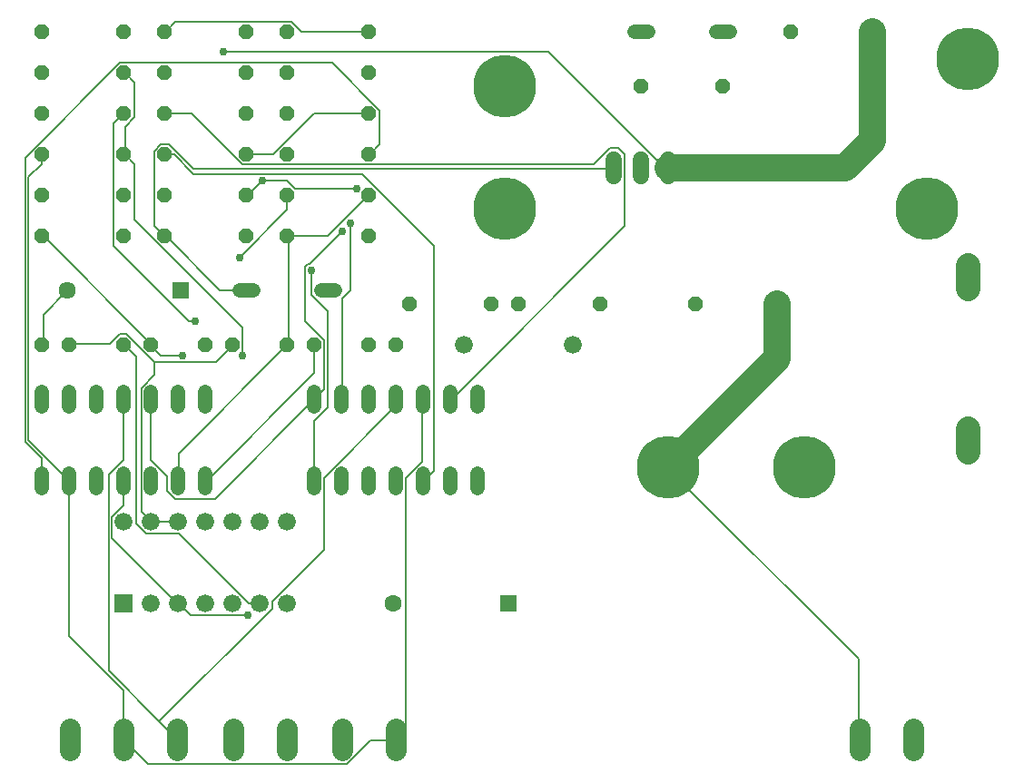
<source format=gbr>
G04 EAGLE Gerber RS-274X export*
G75*
%MOMM*%
%FSLAX34Y34*%
%LPD*%
%INBottom Copper*%
%IPPOS*%
%AMOC8*
5,1,8,0,0,1.08239X$1,22.5*%
G01*
%ADD10P,1.539592X8X22.500000*%
%ADD11P,1.429621X8X22.500000*%
%ADD12R,1.610000X1.610000*%
%ADD13C,1.610000*%
%ADD14C,1.320800*%
%ADD15C,1.676400*%
%ADD16R,1.600000X1.600000*%
%ADD17C,1.600000*%
%ADD18C,2.247900*%
%ADD19C,5.842000*%
%ADD20C,1.524000*%
%ADD21P,1.429621X8X202.500000*%
%ADD22R,1.676400X1.676400*%
%ADD23C,1.981200*%
%ADD24C,0.152400*%
%ADD25C,0.756400*%
%ADD26C,2.540000*%


D10*
X660400Y508000D03*
X736600Y508000D03*
D11*
X355600Y469900D03*
X381000Y469900D03*
X279400Y469900D03*
X304800Y469900D03*
X203200Y469900D03*
X228600Y469900D03*
X127000Y469900D03*
X152400Y469900D03*
X50800Y469900D03*
X76200Y469900D03*
D10*
X749300Y762000D03*
X825500Y762000D03*
D12*
X179750Y520700D03*
D13*
X74250Y520700D03*
D14*
X310896Y520700D02*
X324104Y520700D01*
X247904Y520700D02*
X234696Y520700D01*
X679196Y762000D02*
X692404Y762000D01*
X616204Y762000D02*
X602996Y762000D01*
D15*
X546100Y469900D03*
X444500Y469900D03*
D16*
X485300Y228600D03*
D17*
X378300Y228600D03*
D18*
X914400Y522161D02*
X914400Y544640D01*
X914400Y392240D02*
X914400Y369761D01*
D19*
X482600Y711200D03*
X876300Y596900D03*
X914400Y736600D03*
X482600Y596900D03*
X762000Y355600D03*
X635000Y355600D03*
D14*
X304800Y349504D02*
X304800Y336296D01*
X330200Y336296D02*
X330200Y349504D01*
X457200Y349504D02*
X457200Y336296D01*
X457200Y412496D02*
X457200Y425704D01*
X355600Y349504D02*
X355600Y336296D01*
X381000Y336296D02*
X381000Y349504D01*
X431800Y349504D02*
X431800Y336296D01*
X406400Y336296D02*
X406400Y349504D01*
X431800Y412496D02*
X431800Y425704D01*
X406400Y425704D02*
X406400Y412496D01*
X381000Y412496D02*
X381000Y425704D01*
X355600Y425704D02*
X355600Y412496D01*
X330200Y412496D02*
X330200Y425704D01*
X304800Y425704D02*
X304800Y412496D01*
X50800Y349504D02*
X50800Y336296D01*
X76200Y336296D02*
X76200Y349504D01*
X203200Y349504D02*
X203200Y336296D01*
X203200Y412496D02*
X203200Y425704D01*
X101600Y349504D02*
X101600Y336296D01*
X127000Y336296D02*
X127000Y349504D01*
X177800Y349504D02*
X177800Y336296D01*
X152400Y336296D02*
X152400Y349504D01*
X177800Y412496D02*
X177800Y425704D01*
X152400Y425704D02*
X152400Y412496D01*
X127000Y412496D02*
X127000Y425704D01*
X101600Y425704D02*
X101600Y412496D01*
X76200Y412496D02*
X76200Y425704D01*
X50800Y425704D02*
X50800Y412496D01*
D20*
X584200Y627380D02*
X584200Y642620D01*
X609600Y642620D02*
X609600Y627380D01*
X635000Y627380D02*
X635000Y642620D01*
D11*
X50800Y762000D03*
X127000Y762000D03*
D21*
X241300Y762000D03*
X165100Y762000D03*
X355600Y762000D03*
X279400Y762000D03*
D11*
X279400Y723900D03*
X355600Y723900D03*
X279400Y685800D03*
X355600Y685800D03*
X279400Y647700D03*
X355600Y647700D03*
X279400Y609600D03*
X355600Y609600D03*
X279400Y571500D03*
X355600Y571500D03*
D21*
X241300Y571500D03*
X165100Y571500D03*
X127000Y571500D03*
X50800Y571500D03*
D11*
X609600Y711200D03*
X685800Y711200D03*
X50800Y723900D03*
X127000Y723900D03*
X495300Y508000D03*
X571500Y508000D03*
X393700Y508000D03*
X469900Y508000D03*
D21*
X127000Y685800D03*
X50800Y685800D03*
X127000Y647700D03*
X50800Y647700D03*
D11*
X50800Y609600D03*
X127000Y609600D03*
X165100Y609600D03*
X241300Y609600D03*
X165100Y647700D03*
X241300Y647700D03*
D21*
X241300Y685800D03*
X165100Y685800D03*
D11*
X165100Y723900D03*
X241300Y723900D03*
D22*
X127000Y228600D03*
D15*
X152400Y228600D03*
X177800Y228600D03*
X203200Y228600D03*
X228600Y228600D03*
X254000Y228600D03*
X279400Y228600D03*
X279400Y304800D03*
X254000Y304800D03*
X228600Y304800D03*
X203200Y304800D03*
X177800Y304800D03*
X152400Y304800D03*
X127000Y304800D03*
D23*
X76962Y111506D02*
X76962Y91694D01*
X127000Y91694D02*
X127000Y111506D01*
X177038Y111506D02*
X177038Y91694D01*
X228854Y91694D02*
X228854Y111506D01*
X278892Y111506D02*
X278892Y91694D01*
X330454Y91694D02*
X330454Y111506D01*
X380492Y111506D02*
X380492Y91694D01*
X813054Y91694D02*
X813054Y111506D01*
X863092Y111506D02*
X863092Y91694D01*
D24*
X126492Y320040D02*
X126492Y342900D01*
X126492Y320040D02*
X115824Y309372D01*
X115824Y289560D01*
X176784Y228600D01*
X127000Y342900D02*
X126492Y342900D01*
X176784Y228600D02*
X177800Y228600D01*
X188976Y217932D02*
X242316Y217932D01*
X188976Y217932D02*
X178308Y228600D01*
X177800Y228600D01*
X51816Y470916D02*
X51816Y498348D01*
X73152Y519684D01*
X51816Y470916D02*
X50800Y469900D01*
X73152Y519684D02*
X74250Y520700D01*
D25*
X242316Y217932D03*
D24*
X126492Y362712D02*
X126492Y419100D01*
X126492Y362712D02*
X112776Y348996D01*
X112776Y166116D01*
X160020Y118872D02*
X176784Y102108D01*
X160020Y118872D02*
X112776Y166116D01*
X126492Y419100D02*
X127000Y419100D01*
X176784Y102108D02*
X177038Y101600D01*
X381000Y413004D02*
X381000Y419100D01*
X381000Y413004D02*
X313944Y345948D01*
X313944Y278892D01*
X265176Y230124D01*
X265176Y224028D01*
X160020Y118872D01*
X128016Y647700D02*
X128016Y673608D01*
X137160Y682752D01*
X137160Y714756D01*
X128016Y723900D01*
X127000Y723900D01*
X237744Y486156D02*
X237744Y460248D01*
X237744Y486156D02*
X137160Y586740D01*
X137160Y638556D01*
X128016Y647700D01*
X127000Y647700D01*
D25*
X237744Y460248D03*
D24*
X193548Y492252D02*
X187452Y492252D01*
X117348Y562356D01*
X117348Y676656D01*
X126492Y685800D01*
X127000Y685800D01*
D25*
X193548Y492252D03*
D24*
X304800Y399288D02*
X304800Y342900D01*
X304800Y399288D02*
X316992Y411480D01*
X316992Y501396D01*
X301752Y516636D01*
X301752Y539496D01*
D25*
X301752Y539496D03*
D24*
X173736Y647700D02*
X165100Y647700D01*
X173736Y647700D02*
X192024Y629412D01*
X348996Y629412D01*
X416052Y562356D01*
X416052Y352044D01*
X406908Y342900D01*
X406400Y342900D01*
X242316Y609600D02*
X256032Y623316D01*
X242316Y609600D02*
X241300Y609600D01*
X286512Y615696D02*
X344424Y615696D01*
X286512Y615696D02*
X278892Y623316D01*
X256032Y623316D01*
D25*
X256032Y623316D03*
X344424Y615696D03*
D24*
X190500Y685800D02*
X165100Y685800D01*
X190500Y685800D02*
X237744Y638556D01*
X565404Y638556D01*
X580644Y653796D01*
X588264Y653796D01*
X594360Y647700D01*
X594360Y580644D01*
X432816Y419100D01*
X431800Y419100D01*
X330708Y419100D02*
X330708Y513588D01*
X338328Y521208D01*
X338328Y583692D01*
X330708Y419100D02*
X330200Y419100D01*
X355600Y762000D02*
X292608Y762000D01*
X283464Y771144D01*
X175260Y771144D01*
X166116Y762000D01*
X165100Y762000D01*
D25*
X338328Y583692D03*
D24*
X152400Y419100D02*
X152400Y362712D01*
X167640Y347472D01*
X167640Y333756D01*
X175260Y326136D01*
X211836Y326136D01*
X304800Y419100D01*
X300228Y545592D02*
X330708Y576072D01*
X300228Y545592D02*
X298704Y545592D01*
X295656Y542544D01*
X295656Y492252D01*
X313944Y473964D01*
X313944Y428244D01*
X304800Y419100D01*
D25*
X330708Y576072D03*
D24*
X278892Y595884D02*
X234696Y551688D01*
X278892Y595884D02*
X278892Y609600D01*
X279400Y609600D01*
D25*
X234696Y551688D03*
D24*
X50292Y364236D02*
X50292Y342900D01*
X50292Y364236D02*
X35052Y379476D01*
X35052Y644652D01*
X123444Y733044D01*
X321564Y733044D01*
X365760Y688848D01*
X365760Y656844D01*
X356616Y647700D01*
X50800Y342900D02*
X50292Y342900D01*
X355600Y647700D02*
X356616Y647700D01*
X316992Y571500D02*
X280416Y571500D01*
X316992Y571500D02*
X355092Y609600D01*
X355600Y609600D01*
X178308Y368808D02*
X178308Y342900D01*
X178308Y368808D02*
X279400Y469900D01*
X178308Y342900D02*
X177800Y342900D01*
X280416Y470916D02*
X280416Y571500D01*
X279400Y571500D01*
X280416Y470916D02*
X279400Y469900D01*
X304800Y469900D02*
X304800Y443484D01*
X204216Y342900D01*
X203200Y342900D01*
X114300Y470916D02*
X76200Y470916D01*
X114300Y470916D02*
X123444Y480060D01*
X129540Y480060D01*
X155448Y454152D01*
X213360Y454152D01*
X228600Y469392D01*
X76200Y469900D02*
X76200Y470916D01*
X228600Y469900D02*
X228600Y469392D01*
X177800Y304800D02*
X152400Y304800D01*
X155448Y441960D02*
X155448Y454152D01*
X155448Y441960D02*
X143256Y429768D01*
X143256Y313944D01*
X152400Y304800D01*
X243840Y228600D02*
X254000Y228600D01*
X243840Y228600D02*
X178308Y294132D01*
X147828Y294132D01*
X138684Y303276D01*
X138684Y458724D01*
X128016Y469392D01*
X127000Y469900D01*
X216408Y521208D02*
X240792Y521208D01*
X216408Y521208D02*
X166116Y571500D01*
X240792Y521208D02*
X241300Y520700D01*
X166116Y571500D02*
X165100Y571500D01*
X192024Y633984D02*
X583692Y633984D01*
X192024Y633984D02*
X169164Y656844D01*
X161544Y656844D01*
X155448Y650748D01*
X155448Y580644D01*
X164592Y571500D01*
X583692Y633984D02*
X584200Y635000D01*
X165100Y571500D02*
X164592Y571500D01*
D26*
X635000Y635000D02*
X800100Y635000D01*
X825500Y660400D01*
X825500Y762000D01*
D24*
X152400Y470916D02*
X51816Y571500D01*
X152400Y470916D02*
X152400Y469900D01*
X51816Y571500D02*
X50800Y571500D01*
X161544Y460248D02*
X181356Y460248D01*
X161544Y460248D02*
X152400Y469392D01*
X152400Y469900D01*
X219456Y743712D02*
X522732Y743712D01*
X624840Y641604D01*
X635000Y635000D01*
D25*
X181356Y460248D03*
X219456Y743712D03*
D24*
X405384Y419100D02*
X405384Y361188D01*
X390144Y345948D01*
X390144Y111252D01*
X380492Y101600D01*
X405384Y419100D02*
X406400Y419100D01*
X266700Y647700D02*
X241300Y647700D01*
X266700Y647700D02*
X304800Y685800D01*
X355600Y685800D01*
X50292Y647700D02*
X50292Y638556D01*
X38100Y626364D01*
X38100Y381000D01*
X76200Y342900D01*
X50800Y647700D02*
X50292Y647700D01*
X126492Y147828D02*
X126492Y102108D01*
X126492Y147828D02*
X76200Y198120D01*
X76200Y342900D01*
X126492Y102108D02*
X127000Y101600D01*
X356616Y100584D02*
X379476Y100584D01*
X356616Y100584D02*
X335280Y79248D01*
X149352Y79248D01*
X127000Y101600D01*
X379476Y100584D02*
X380492Y101600D01*
D26*
X635000Y355600D02*
X736600Y457200D01*
X736600Y508000D01*
D24*
X812292Y176784D02*
X812292Y102108D01*
X812292Y176784D02*
X643128Y345948D01*
X812292Y102108D02*
X813054Y101600D01*
X643128Y345948D02*
X635000Y355600D01*
M02*

</source>
